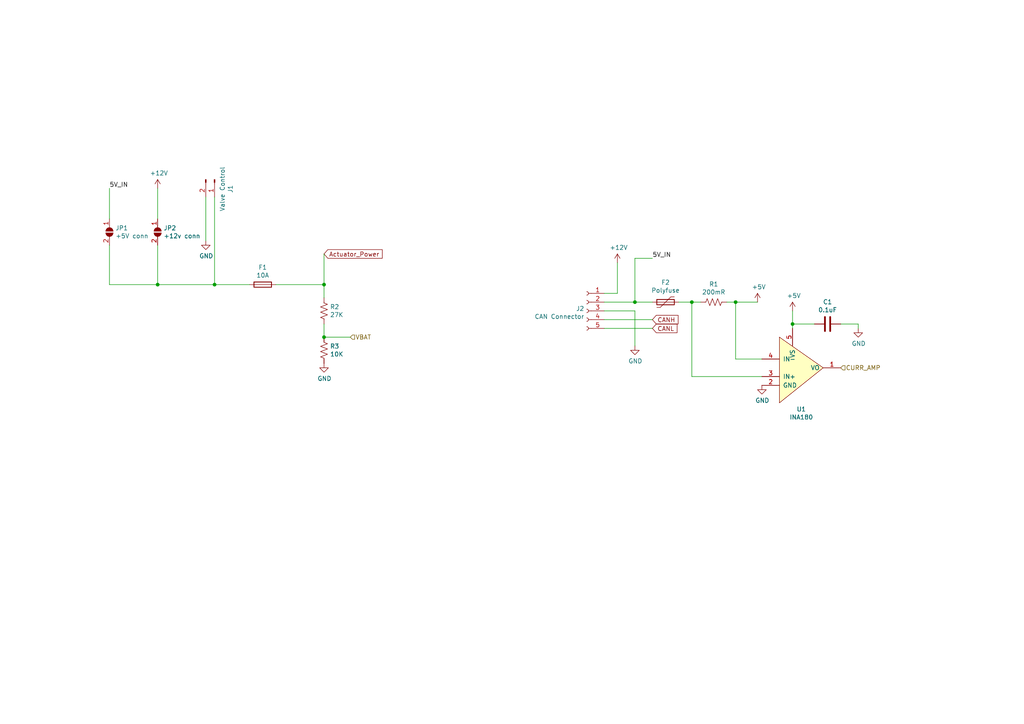
<source format=kicad_sch>
(kicad_sch (version 20230121) (generator eeschema)
  (paper "A4")
  (lib_symbols
    (symbol "Device:C" (pin_numbers hide) (pin_names (offset 0.254))
      (property "Reference" "C" (at 0.635 2.54 0))
      (property "Value" "C" (at 0.635 -2.54 0))
      (symbol "C_0_1"
        (polyline (pts (xy -2.032 -0.762) (xy 2.032 -0.762)) (stroke (width 0.508)))
        (polyline (pts (xy -2.032 0.762) (xy 2.032 0.762)) (stroke (width 0.508)))
      )
      (symbol "C_1_1"
        (pin passive line (at 0 3.81 270) (length 2.794) (name "~") (number "1"))
        (pin passive line (at 0 -3.81 90) (length 2.794) (name "~") (number "2"))
      )
    )
    (symbol "Device:Fuse" (pin_numbers hide) (pin_names (offset 0))
      (property "Reference" "F" (at 2.032 0 90))
      (property "Value" "Fuse" (at -1.905 0 90))
      (symbol "Fuse_0_1"
        (rectangle (start -0.762 -2.54) (end 0.762 2.54) (stroke (width 0.254)))
        (polyline (pts (xy 0 2.54) (xy 0 -2.54)))
      )
      (symbol "Fuse_1_1"
        (pin passive line (at 0 3.81 270) (length 1.27) (name "~") (number "1"))
        (pin passive line (at 0 -3.81 90) (length 1.27) (name "~") (number "2"))
      )
    )
    (symbol "Device:Polyfuse" (pin_numbers hide) (pin_names (offset 0))
      (property "Reference" "F" (at -2.54 0 90))
      (property "Value" "Polyfuse" (at 2.54 0 90))
      (symbol "Polyfuse_0_1"
        (rectangle (start -0.762 2.54) (end 0.762 -2.54) (stroke (width 0.254)))
        (polyline (pts (xy 0 2.54) (xy 0 -2.54)))
        (polyline (pts (xy -1.524 2.54) (xy -1.524 1.524) (xy 1.524 -1.524) (xy 1.524 -2.54)))
      )
      (symbol "Polyfuse_1_1"
        (pin passive line (at 0 3.81 270) (length 1.27) (name "~") (number "1"))
        (pin passive line (at 0 -3.81 90) (length 1.27) (name "~") (number "2"))
      )
    )
    (symbol "Device:R_US" (pin_numbers hide) (pin_names (offset 0))
      (property "Reference" "R" (at 2.54 0 90))
      (property "Value" "R_US" (at -2.54 0 90))
      (symbol "R_US_0_1"
        (polyline (pts (xy 0 -2.286) (xy 0 -2.54)))
        (polyline (pts (xy 0 2.286) (xy 0 2.54)))
        (polyline (pts (xy 0 -0.762) (xy 1.016 -1.143) (xy 0 -1.524) (xy -1.016 -1.905) (xy 0 -2.286)))
        (polyline (pts (xy 0 0.762) (xy 1.016 0.381) (xy 0 0) (xy -1.016 -0.381) (xy 0 -0.762)))
        (polyline (pts (xy 0 2.286) (xy 1.016 1.905) (xy 0 1.524) (xy -1.016 1.143) (xy 0 0.762)))
      )
      (symbol "R_US_1_1"
        (pin passive line (at 0 3.81 270) (length 1.27) (name "~") (number "1"))
        (pin passive line (at 0 -3.81 90) (length 1.27) (name "~") (number "2"))
      )
    )
    (symbol "Jumper:SolderJumper_2_Open" (pin_names (offset 0) hide)
      (property "Reference" "JP" (at 0 2.032 0))
      (property "Value" "SolderJumper_2_Open" (at 0 -2.54 0))
      (symbol "SolderJumper_2_Open_0_1"
        (arc (start -0.254 1.016) (mid -1.2656 0) (end -0.254 -1.016))
        (arc (start -0.254 1.016) (mid -1.2656 0) (end -0.254 -1.016) (fill (type outline)))
        (polyline (pts (xy -0.254 1.016) (xy -0.254 -1.016)))
        (polyline (pts (xy 0.254 1.016) (xy 0.254 -1.016)))
        (arc (start 0.254 -1.016) (mid 1.2656 0) (end 0.254 1.016))
        (arc (start 0.254 -1.016) (mid 1.2656 0) (end 0.254 1.016) (fill (type outline)))
      )
      (symbol "SolderJumper_2_Open_1_1"
        (pin passive line (at -3.81 0 0) (length 2.54) (name "A") (number "1"))
        (pin passive line (at 3.81 0 180) (length 2.54) (name "B") (number "2"))
      )
    )
    (symbol "actuator-rescue:Conn_01x02_Male-Connector" (pin_names (offset 1.016) hide)
      (property "Reference" "J" (at 0 2.54 0))
      (property "Value" "Connector_Conn_01x02_Male" (at 0 -5.08 0))
      (symbol "Conn_01x02_Male-Connector_1_1"
        (polyline (pts (xy 1.27 -2.54) (xy 0.8636 -2.54)) (stroke (width 0.1524)))
        (polyline (pts (xy 1.27 0) (xy 0.8636 0)) (stroke (width 0.1524)))
        (rectangle (start 0.8636 -2.413) (end 0 -2.667) (stroke (width 0.1524)) (fill (type outline)))
        (rectangle (start 0.8636 0.127) (end 0 -0.127) (stroke (width 0.1524)) (fill (type outline)))
        (pin passive line (at 5.08 0 180) (length 3.81) (name "Pin_1") (number "1"))
        (pin passive line (at 5.08 -2.54 180) (length 3.81) (name "Pin_2") (number "2"))
      )
    )
    (symbol "actuator-rescue:Conn_01x05_Female-Connector" (pin_names (offset 1.016) hide)
      (property "Reference" "J" (at 0 7.62 0))
      (property "Value" "Connector_Conn_01x05_Female" (at 0 -7.62 0))
      (symbol "Conn_01x05_Female-Connector_1_1"
        (arc (start 0 -4.572) (mid -0.5058 -5.08) (end 0 -5.588) (stroke (width 0.1524)))
        (arc (start 0 -2.032) (mid -0.5058 -2.54) (end 0 -3.048) (stroke (width 0.1524)))
        (polyline (pts (xy -1.27 -5.08) (xy -0.508 -5.08)) (stroke (width 0.1524)))
        (polyline (pts (xy -1.27 -2.54) (xy -0.508 -2.54)) (stroke (width 0.1524)))
        (polyline (pts (xy -1.27 0) (xy -0.508 0)) (stroke (width 0.1524)))
        (polyline (pts (xy -1.27 2.54) (xy -0.508 2.54)) (stroke (width 0.1524)))
        (polyline (pts (xy -1.27 5.08) (xy -0.508 5.08)) (stroke (width 0.1524)))
        (arc (start 0 0.508) (mid -0.5058 0) (end 0 -0.508) (stroke (width 0.1524)))
        (arc (start 0 3.048) (mid -0.5058 2.54) (end 0 2.032) (stroke (width 0.1524)))
        (arc (start 0 5.588) (mid -0.5058 5.08) (end 0 4.572) (stroke (width 0.1524)))
        (pin passive line (at -5.08 5.08 0) (length 3.81) (name "Pin_1") (number "1"))
        (pin passive line (at -5.08 2.54 0) (length 3.81) (name "Pin_2") (number "2"))
        (pin passive line (at -5.08 0 0) (length 3.81) (name "Pin_3") (number "3"))
        (pin passive line (at -5.08 -2.54 0) (length 3.81) (name "Pin_4") (number "4"))
        (pin passive line (at -5.08 -5.08 0) (length 3.81) (name "Pin_5") (number "5"))
      )
    )
    (symbol "canhw:INA180" (pin_names (offset 1.016))
      (property "Reference" "U" (at -5.08 13.97 0))
      (property "Value" "INA180" (at -11.43 15.24 0))
      (symbol "INA180_0_1"
        (polyline (pts (xy 5.08 0) (xy -7.62 8.89)))
        (polyline (pts (xy -7.62 8.89) (xy -7.62 -10.16) (xy 5.08 0)) (fill (type background)))
      )
      (symbol "INA180_1_1"
        (pin output line (at 10.16 0 180) (length 5.08) (name "VO") (number "1"))
        (pin power_in line (at -12.7 -5.08 0) (length 5.08) (name "GND") (number "2"))
        (pin input line (at -12.7 -2.54 0) (length 5.08) (name "IN+") (number "3"))
        (pin input line (at -12.7 2.54 0) (length 5.08) (name "IN-") (number "4"))
        (pin power_in line (at -3.81 11.43 270) (length 5.08) (name "VS") (number "5"))
      )
    )
    (symbol "power:+12V" (power) (pin_names (offset 0))
      (property "Value" "+12V" (at 0 3.556 0))
      (symbol "+12V_0_1"
        (polyline (pts (xy -0.762 1.27) (xy 0 2.54)))
        (polyline (pts (xy 0 0) (xy 0 2.54)))
        (polyline (pts (xy 0 2.54) (xy 0.762 1.27)))
      )
      (symbol "+12V_1_1"
        (pin power_in line (at 0 0 90) (length 0) hide (name "+12V") (number "1"))
      )
    )
    (symbol "power:+5V" (power) (pin_names (offset 0))
      (property "Value" "+5V" (at 0 3.556 0))
      (symbol "+5V_0_1"
        (polyline (pts (xy -0.762 1.27) (xy 0 2.54)))
        (polyline (pts (xy 0 0) (xy 0 2.54)))
        (polyline (pts (xy 0 2.54) (xy 0.762 1.27)))
      )
      (symbol "+5V_1_1"
        (pin power_in line (at 0 0 90) (length 0) hide (name "+5V") (number "1"))
      )
    )
    (symbol "power:GND" (power) (pin_names (offset 0))
      (property "Value" "GND" (at 0 -3.81 0))
      (symbol "GND_0_1"
        (polyline (pts (xy 0 0) (xy 0 -1.27) (xy 1.27 -1.27) (xy 0 -2.54) (xy -1.27 -1.27) (xy 0 -1.27)))
      )
      (symbol "GND_1_1"
        (pin power_in line (at 0 0 270) (length 0) hide (name "GND") (number "1"))
      )
    )
  )
  (junction (at 229.87 93.98))
  (junction (at 200.66 87.63))
  (junction (at 62.23 82.55))
  (junction (at 45.72 82.55))
  (junction (at 213.36 87.63))
  (junction (at 184.15 87.63))
  (junction (at 93.98 97.79))
  (junction (at 93.98 82.55))
  (wire (pts (xy 179.07 85.09) (xy 175.26 85.09)))
  (wire (pts (xy 62.23 82.55) (xy 72.39 82.55)))
  (wire (pts (xy 179.07 76.2) (xy 179.07 85.09)))
  (wire (pts (xy 229.87 95.25) (xy 229.87 93.98)))
  (wire (pts (xy 93.98 73.66) (xy 93.98 82.55)))
  (wire (pts (xy 175.26 95.25) (xy 189.23 95.25)))
  (wire (pts (xy 236.22 93.98) (xy 229.87 93.98)))
  (wire (pts (xy 31.75 82.55) (xy 45.72 82.55)))
  (wire (pts (xy 45.72 54.61) (xy 45.72 63.5)))
  (wire (pts (xy 45.72 82.55) (xy 62.23 82.55)))
  (wire (pts (xy 184.15 87.63) (xy 189.23 87.63)))
  (wire (pts (xy 175.26 90.17) (xy 184.15 90.17)))
  (wire (pts (xy 175.26 87.63) (xy 184.15 87.63)))
  (wire (pts (xy 248.92 93.98) (xy 248.92 95.25)))
  (wire (pts (xy 213.36 104.14) (xy 213.36 87.63)))
  (wire (pts (xy 200.66 87.63) (xy 200.66 109.22)))
  (wire (pts (xy 184.15 90.17) (xy 184.15 100.33)))
  (wire (pts (xy 175.26 92.71) (xy 189.23 92.71)))
  (wire (pts (xy 59.69 57.15) (xy 59.69 69.85)))
  (wire (pts (xy 101.6 97.79) (xy 93.98 97.79)))
  (wire (pts (xy 93.98 97.79) (xy 93.98 93.98)))
  (wire (pts (xy 196.85 87.63) (xy 200.66 87.63)))
  (wire (pts (xy 184.15 74.93) (xy 189.23 74.93)))
  (wire (pts (xy 45.72 71.12) (xy 45.72 82.55)))
  (wire (pts (xy 31.75 71.12) (xy 31.75 82.55)))
  (wire (pts (xy 229.87 93.98) (xy 229.87 90.17)))
  (wire (pts (xy 220.98 104.14) (xy 213.36 104.14)))
  (wire (pts (xy 93.98 86.36) (xy 93.98 82.55)))
  (wire (pts (xy 200.66 109.22) (xy 220.98 109.22)))
  (wire (pts (xy 213.36 87.63) (xy 219.71 87.63)))
  (wire (pts (xy 210.82 87.63) (xy 213.36 87.63)))
  (wire (pts (xy 243.84 93.98) (xy 248.92 93.98)))
  (wire (pts (xy 200.66 87.63) (xy 203.2 87.63)))
  (wire (pts (xy 184.15 87.63) (xy 184.15 74.93)))
  (wire (pts (xy 62.23 57.15) (xy 62.23 82.55)))
  (wire (pts (xy 93.98 82.55) (xy 80.01 82.55)))
  (wire (pts (xy 31.75 54.61) (xy 31.75 63.5)))
  (label "5V_IN" (at 189.23 74.93 0))
  (label "5V_IN" (at 31.75 54.61 0))
  (global_label "CANL" (shape input) (at 189.23 95.25 0) (property "Intersheetrefs" "${INTERSHEET_REFS}" (effects hide)))
  (global_label "Actuator_Power" (shape input) (at 93.98 73.66 0) (property "Intersheetrefs" "${INTERSHEET_REFS}" (effects hide)))
  (global_label "CANH" (shape input) (at 189.23 92.71 0) (property "Intersheetrefs" "${INTERSHEET_REFS}" (effects hide)))
  (hierarchical_label "VBAT" (shape input) (at 101.6 97.79 0))
  (hierarchical_label "CURR_AMP" (shape input) (at 243.84 106.68 0))
  (symbol (lib_id "Device:R_US") (at 93.98 101.6 0) (unit 1)
    (property "Reference" "R3" (at 95.7072 100.4316 0) (effects (justify left)))
    (property "Value" "10K" (at 95.7072 102.743 0) (effects (justify left)))
    (property "Footprint" "Resistor_SMD:R_0805_2012Metric" (effects hide))
  )
  (symbol (lib_id "Device:R_US") (at 93.98 90.17 0) (unit 1)
    (property "Reference" "R2" (at 95.7072 89.0016 0) (effects (justify left)))
    (property "Value" "27K" (at 95.7072 91.313 0) (effects (justify left)))
    (property "Footprint" "Resistor_SMD:R_0805_2012Metric" (effects hide))
  )
  (symbol (lib_id "Device:Fuse") (at 76.2 82.55 270) (unit 1)
    (property "Reference" "F1" (at 76.2 77.5462 90))
    (property "Value" "10A" (at 76.2 79.8576 90))
    (property "Footprint" "canhw_footprints:Fuseholder_36-3557-15-ND" (effects hide))
  )
  (symbol (lib_id "actuator-rescue:Conn_01x02_Male-Connector") (at 62.23 52.07 270) (unit 1)
    (property "Reference" "J1" (at 66.8274 54.8132 0))
    (property "Value" "Valve Control" (at 64.516 54.8132 0))
    (property "Footprint" "Connector_JST:JST_EH_B2B-EH-A_1x02_P2.50mm_Vertical" (effects hide))
  )
  (symbol (lib_id "power:GND") (at 59.69 69.85 0) (unit 1)
    (property "Reference" "#PWR0114" (effects hide))
    (property "Value" "GND" (at 59.817 74.2442 0))
  )
  (symbol (lib_id "power:GND") (at 93.98 105.41 0) (unit 1)
    (property "Reference" "#PWR0115" (effects hide))
    (property "Value" "GND" (at 94.107 109.8042 0))
  )
  (symbol (lib_id "actuator-rescue:Conn_01x05_Female-Connector") (at 170.18 90.17 0) (mirror y) (unit 1)
    (property "Reference" "J2" (at 169.4688 89.5096 0) (effects (justify left)))
    (property "Value" "CAN Connector" (at 169.4688 91.821 0) (effects (justify left)))
    (property "Footprint" "canhw_footprints:connector_Harwin_M80-5000642" (effects hide))
  )
  (symbol (lib_id "power:GND") (at 184.15 100.33 0) (unit 1)
    (property "Reference" "#PWR0116" (effects hide))
    (property "Value" "GND" (at 184.277 104.7242 0))
  )
  (symbol (lib_id "Device:Polyfuse") (at 193.04 87.63 270) (unit 1)
    (property "Reference" "F2" (at 193.04 81.915 90))
    (property "Value" "Polyfuse" (at 193.04 84.2264 90))
    (property "Footprint" "Fuse:Fuse_1206_3216Metric_Pad1.42x1.75mm_HandSolder" (effects hide))
  )
  (symbol (lib_id "Device:R_US") (at 207.01 87.63 270) (unit 1)
    (property "Reference" "R1" (at 207.01 82.423 90))
    (property "Value" "200mR" (at 207.01 84.7344 90))
    (property "Footprint" "Resistor_SMD:R_1206_3216Metric" (effects hide))
  )
  (symbol (lib_id "canhw:INA180") (at 233.68 106.68 0) (unit 1)
    (property "Reference" "U1" (at 232.41 118.6942 0))
    (property "Value" "INA180" (at 232.41 121.0056 0))
    (property "Footprint" "Package_TO_SOT_SMD:SOT-23-5_HandSoldering" (effects hide))
    (property "Datasheet" "http://www.ti.com/lit/ds/symlink/ina180.pdf" (effects hide))
  )
  (symbol (lib_id "power:+5V") (at 229.87 90.17 0) (unit 1)
    (property "Reference" "#PWR0117" (effects hide))
    (property "Value" "+5V" (at 230.251 85.7758 0))
  )
  (symbol (lib_id "power:+5V") (at 219.71 87.63 0) (unit 1)
    (property "Reference" "#PWR0118" (effects hide))
    (property "Value" "+5V" (at 220.091 83.2358 0))
  )
  (symbol (lib_id "Device:C") (at 240.03 93.98 270) (unit 1)
    (property "Reference" "C1" (at 240.03 87.5792 90))
    (property "Value" "0.1uF" (at 240.03 89.8906 90))
    (property "Footprint" "Capacitor_SMD:C_0805_2012Metric" (effects hide))
  )
  (symbol (lib_id "power:GND") (at 248.92 95.25 0) (unit 1)
    (property "Reference" "#PWR0119" (effects hide))
    (property "Value" "GND" (at 249.047 99.6442 0))
  )
  (symbol (lib_id "power:GND") (at 220.98 111.76 0) (unit 1)
    (property "Reference" "#PWR0120" (effects hide))
    (property "Value" "GND" (at 221.107 116.1542 0))
  )
  (symbol (lib_id "power:+12V") (at 179.07 76.2 0) (unit 1)
    (property "Reference" "#PWR03" (effects hide))
    (property "Value" "+12V" (at 179.451 71.8058 0))
  )
  (symbol (lib_id "power:+12V") (at 45.72 54.61 0) (unit 1)
    (property "Reference" "#PWR02" (effects hide))
    (property "Value" "+12V" (at 46.101 50.2158 0))
  )
  (symbol (lib_id "Jumper:SolderJumper_2_Open") (at 45.72 67.31 270) (unit 1)
    (property "Reference" "JP2" (at 47.4472 66.1416 90) (effects (justify left)))
    (property "Value" "+12v conn" (at 47.4472 68.453 90) (effects (justify left)))
    (property "Footprint" "Jumper:SolderJumper-2_P1.3mm_Open_RoundedPad1.0x1.5mm" (effects hide))
  )
  (symbol (lib_id "Jumper:SolderJumper_2_Open") (at 31.75 67.31 270) (unit 1)
    (property "Reference" "JP1" (at 33.4772 66.1416 90) (effects (justify left)))
    (property "Value" "+5V conn" (at 33.4772 68.453 90) (effects (justify left)))
    (property "Footprint" "Jumper:SolderJumper-2_P1.3mm_Open_RoundedPad1.0x1.5mm" (effects hide))
  )
)
</source>
